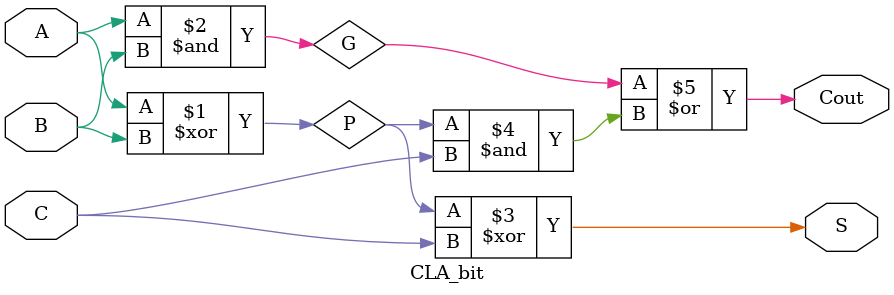
<source format=v>
module Add_Sub
#(      
    parameter DATA_WIDTH = 16
 )

(
    input signed[DATA_WIDTH-1 : 0] A,
    input signed[DATA_WIDTH-1 : 0] B,
    output[DATA_WIDTH-1 : 0 ] result,
	output overflow,
	input cin
    
);


wire[DATA_WIDTH-1  : 0 ] S;
wire[DATA_WIDTH  : 0 ] C;

assign C[0] = cin ;

    genvar i;
    generate 
        for ( i = 0; i < DATA_WIDTH; i = i + 1 )
        begin
           CLA_bit U1 (
                         .A( A[i] ),
                         .B( B[i] ),
                         .C( C[i] ),
                         .S( S[i]),
                         .Cout( C[i+1] )
                         
                         ); 
        end 
    endgenerate  
    
assign result = S;
assign overflow = (~result[DATA_WIDTH-1]&A[DATA_WIDTH-1]&B[DATA_WIDTH-1])|(result[DATA_WIDTH-1]&(~A[DATA_WIDTH-1])&(~B[DATA_WIDTH-1]));

endmodule


module CLA_bit 
(   
    input  A,
    input  B,
    input  C,
    output S,
    output Cout
); 
 wire P , G ;
 assign P = A ^ B;
 assign G = A & B;
 assign S = P ^ C;
 assign Cout = G | (P & C );

    
endmodule 
</source>
